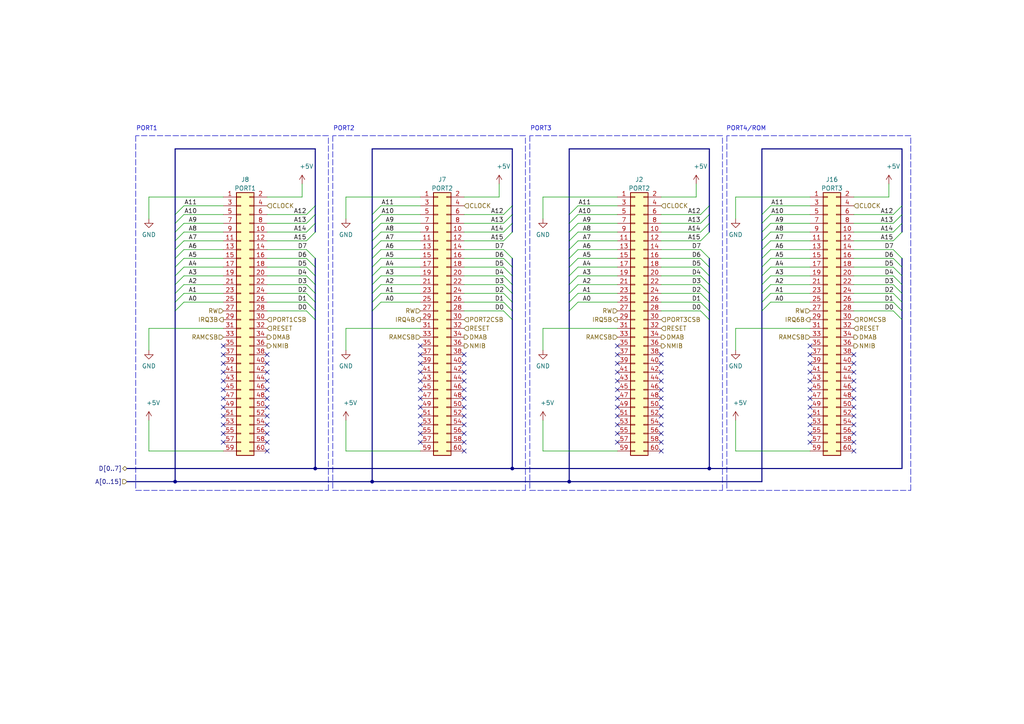
<source format=kicad_sch>
(kicad_sch (version 20230121) (generator eeschema)
  (paper "A4")
  (title_block (title "Miniish") (date "2020-10-10") (rev "v1.3") (company "Romuald Rousseau"))
  (lib_symbols
    (symbol "Connector_Generic:Conn_02x30_Odd_Even" (pin_names (offset 1.016) hide)
      (property "Reference" "J" (at 1.27 38.1 0))
      (property "Value" "Conn_02x30_Odd_Even" (at 1.27 -40.64 0))
      (symbol "Conn_02x30_Odd_Even_1_1"
        (rectangle (start -1.27 -37.973) (end 0 -38.227) (stroke (width 0.1524)))
        (rectangle (start -1.27 -35.433) (end 0 -35.687) (stroke (width 0.1524)))
        (rectangle (start -1.27 -32.893) (end 0 -33.147) (stroke (width 0.1524)))
        (rectangle (start -1.27 -30.353) (end 0 -30.607) (stroke (width 0.1524)))
        (rectangle (start -1.27 -27.813) (end 0 -28.067) (stroke (width 0.1524)))
        (rectangle (start -1.27 -25.273) (end 0 -25.527) (stroke (width 0.1524)))
        (rectangle (start -1.27 -22.733) (end 0 -22.987) (stroke (width 0.1524)))
        (rectangle (start -1.27 -20.193) (end 0 -20.447) (stroke (width 0.1524)))
        (rectangle (start -1.27 -17.653) (end 0 -17.907) (stroke (width 0.1524)))
        (rectangle (start -1.27 -15.113) (end 0 -15.367) (stroke (width 0.1524)))
        (rectangle (start -1.27 -12.573) (end 0 -12.827) (stroke (width 0.1524)))
        (rectangle (start -1.27 -10.033) (end 0 -10.287) (stroke (width 0.1524)))
        (rectangle (start -1.27 -7.493) (end 0 -7.747) (stroke (width 0.1524)))
        (rectangle (start -1.27 -4.953) (end 0 -5.207) (stroke (width 0.1524)))
        (rectangle (start -1.27 -2.413) (end 0 -2.667) (stroke (width 0.1524)))
        (rectangle (start -1.27 0.127) (end 0 -0.127) (stroke (width 0.1524)))
        (rectangle (start -1.27 2.667) (end 0 2.413) (stroke (width 0.1524)))
        (rectangle (start -1.27 5.207) (end 0 4.953) (stroke (width 0.1524)))
        (rectangle (start -1.27 7.747) (end 0 7.493) (stroke (width 0.1524)))
        (rectangle (start -1.27 10.287) (end 0 10.033) (stroke (width 0.1524)))
        (rectangle (start -1.27 12.827) (end 0 12.573) (stroke (width 0.1524)))
        (rectangle (start -1.27 15.367) (end 0 15.113) (stroke (width 0.1524)))
        (rectangle (start -1.27 17.907) (end 0 17.653) (stroke (width 0.1524)))
        (rectangle (start -1.27 20.447) (end 0 20.193) (stroke (width 0.1524)))
        (rectangle (start -1.27 22.987) (end 0 22.733) (stroke (width 0.1524)))
        (rectangle (start -1.27 25.527) (end 0 25.273) (stroke (width 0.1524)))
        (rectangle (start -1.27 28.067) (end 0 27.813) (stroke (width 0.1524)))
        (rectangle (start -1.27 30.607) (end 0 30.353) (stroke (width 0.1524)))
        (rectangle (start -1.27 33.147) (end 0 32.893) (stroke (width 0.1524)))
        (rectangle (start -1.27 35.687) (end 0 35.433) (stroke (width 0.1524)))
        (rectangle (start -1.27 36.83) (end 3.81 -39.37) (stroke (width 0.254)) (fill (type background)))
        (rectangle (start 3.81 -37.973) (end 2.54 -38.227) (stroke (width 0.1524)))
        (rectangle (start 3.81 -35.433) (end 2.54 -35.687) (stroke (width 0.1524)))
        (rectangle (start 3.81 -32.893) (end 2.54 -33.147) (stroke (width 0.1524)))
        (rectangle (start 3.81 -30.353) (end 2.54 -30.607) (stroke (width 0.1524)))
        (rectangle (start 3.81 -27.813) (end 2.54 -28.067) (stroke (width 0.1524)))
        (rectangle (start 3.81 -25.273) (end 2.54 -25.527) (stroke (width 0.1524)))
        (rectangle (start 3.81 -22.733) (end 2.54 -22.987) (stroke (width 0.1524)))
        (rectangle (start 3.81 -20.193) (end 2.54 -20.447) (stroke (width 0.1524)))
        (rectangle (start 3.81 -17.653) (end 2.54 -17.907) (stroke (width 0.1524)))
        (rectangle (start 3.81 -15.113) (end 2.54 -15.367) (stroke (width 0.1524)))
        (rectangle (start 3.81 -12.573) (end 2.54 -12.827) (stroke (width 0.1524)))
        (rectangle (start 3.81 -10.033) (end 2.54 -10.287) (stroke (width 0.1524)))
        (rectangle (start 3.81 -7.493) (end 2.54 -7.747) (stroke (width 0.1524)))
        (rectangle (start 3.81 -4.953) (end 2.54 -5.207) (stroke (width 0.1524)))
        (rectangle (start 3.81 -2.413) (end 2.54 -2.667) (stroke (width 0.1524)))
        (rectangle (start 3.81 0.127) (end 2.54 -0.127) (stroke (width 0.1524)))
        (rectangle (start 3.81 2.667) (end 2.54 2.413) (stroke (width 0.1524)))
        (rectangle (start 3.81 5.207) (end 2.54 4.953) (stroke (width 0.1524)))
        (rectangle (start 3.81 7.747) (end 2.54 7.493) (stroke (width 0.1524)))
        (rectangle (start 3.81 10.287) (end 2.54 10.033) (stroke (width 0.1524)))
        (rectangle (start 3.81 12.827) (end 2.54 12.573) (stroke (width 0.1524)))
        (rectangle (start 3.81 15.367) (end 2.54 15.113) (stroke (width 0.1524)))
        (rectangle (start 3.81 17.907) (end 2.54 17.653) (stroke (width 0.1524)))
        (rectangle (start 3.81 20.447) (end 2.54 20.193) (stroke (width 0.1524)))
        (rectangle (start 3.81 22.987) (end 2.54 22.733) (stroke (width 0.1524)))
        (rectangle (start 3.81 25.527) (end 2.54 25.273) (stroke (width 0.1524)))
        (rectangle (start 3.81 28.067) (end 2.54 27.813) (stroke (width 0.1524)))
        (rectangle (start 3.81 30.607) (end 2.54 30.353) (stroke (width 0.1524)))
        (rectangle (start 3.81 33.147) (end 2.54 32.893) (stroke (width 0.1524)))
        (rectangle (start 3.81 35.687) (end 2.54 35.433) (stroke (width 0.1524)))
        (pin passive line (at -5.08 35.56 0) (length 3.81) (name "Pin_1") (number "1"))
        (pin passive line (at 7.62 25.4 180) (length 3.81) (name "Pin_10") (number "10"))
        (pin passive line (at -5.08 22.86 0) (length 3.81) (name "Pin_11") (number "11"))
        (pin passive line (at 7.62 22.86 180) (length 3.81) (name "Pin_12") (number "12"))
        (pin passive line (at -5.08 20.32 0) (length 3.81) (name "Pin_13") (number "13"))
        (pin passive line (at 7.62 20.32 180) (length 3.81) (name "Pin_14") (number "14"))
        (pin passive line (at -5.08 17.78 0) (length 3.81) (name "Pin_15") (number "15"))
        (pin passive line (at 7.62 17.78 180) (length 3.81) (name "Pin_16") (number "16"))
        (pin passive line (at -5.08 15.24 0) (length 3.81) (name "Pin_17") (number "17"))
        (pin passive line (at 7.62 15.24 180) (length 3.81) (name "Pin_18") (number "18"))
        (pin passive line (at -5.08 12.7 0) (length 3.81) (name "Pin_19") (number "19"))
        (pin passive line (at 7.62 35.56 180) (length 3.81) (name "Pin_2") (number "2"))
        (pin passive line (at 7.62 12.7 180) (length 3.81) (name "Pin_20") (number "20"))
        (pin passive line (at -5.08 10.16 0) (length 3.81) (name "Pin_21") (number "21"))
        (pin passive line (at 7.62 10.16 180) (length 3.81) (name "Pin_22") (number "22"))
        (pin passive line (at -5.08 7.62 0) (length 3.81) (name "Pin_23") (number "23"))
        (pin passive line (at 7.62 7.62 180) (length 3.81) (name "Pin_24") (number "24"))
        (pin passive line (at -5.08 5.08 0) (length 3.81) (name "Pin_25") (number "25"))
        (pin passive line (at 7.62 5.08 180) (length 3.81) (name "Pin_26") (number "26"))
        (pin passive line (at -5.08 2.54 0) (length 3.81) (name "Pin_27") (number "27"))
        (pin passive line (at 7.62 2.54 180) (length 3.81) (name "Pin_28") (number "28"))
        (pin passive line (at -5.08 0 0) (length 3.81) (name "Pin_29") (number "29"))
        (pin passive line (at -5.08 33.02 0) (length 3.81) (name "Pin_3") (number "3"))
        (pin passive line (at 7.62 0 180) (length 3.81) (name "Pin_30") (number "30"))
        (pin passive line (at -5.08 -2.54 0) (length 3.81) (name "Pin_31") (number "31"))
        (pin passive line (at 7.62 -2.54 180) (length 3.81) (name "Pin_32") (number "32"))
        (pin passive line (at -5.08 -5.08 0) (length 3.81) (name "Pin_33") (number "33"))
        (pin passive line (at 7.62 -5.08 180) (length 3.81) (name "Pin_34") (number "34"))
        (pin passive line (at -5.08 -7.62 0) (length 3.81) (name "Pin_35") (number "35"))
        (pin passive line (at 7.62 -7.62 180) (length 3.81) (name "Pin_36") (number "36"))
        (pin passive line (at -5.08 -10.16 0) (length 3.81) (name "Pin_37") (number "37"))
        (pin passive line (at 7.62 -10.16 180) (length 3.81) (name "Pin_38") (number "38"))
        (pin passive line (at -5.08 -12.7 0) (length 3.81) (name "Pin_39") (number "39"))
        (pin passive line (at 7.62 33.02 180) (length 3.81) (name "Pin_4") (number "4"))
        (pin passive line (at 7.62 -12.7 180) (length 3.81) (name "Pin_40") (number "40"))
        (pin passive line (at -5.08 -15.24 0) (length 3.81) (name "Pin_41") (number "41"))
        (pin passive line (at 7.62 -15.24 180) (length 3.81) (name "Pin_42") (number "42"))
        (pin passive line (at -5.08 -17.78 0) (length 3.81) (name "Pin_43") (number "43"))
        (pin passive line (at 7.62 -17.78 180) (length 3.81) (name "Pin_44") (number "44"))
        (pin passive line (at -5.08 -20.32 0) (length 3.81) (name "Pin_45") (number "45"))
        (pin passive line (at 7.62 -20.32 180) (length 3.81) (name "Pin_46") (number "46"))
        (pin passive line (at -5.08 -22.86 0) (length 3.81) (name "Pin_47") (number "47"))
        (pin passive line (at 7.62 -22.86 180) (length 3.81) (name "Pin_48") (number "48"))
        (pin passive line (at -5.08 -25.4 0) (length 3.81) (name "Pin_49") (number "49"))
        (pin passive line (at -5.08 30.48 0) (length 3.81) (name "Pin_5") (number "5"))
        (pin passive line (at 7.62 -25.4 180) (length 3.81) (name "Pin_50") (number "50"))
        (pin passive line (at -5.08 -27.94 0) (length 3.81) (name "Pin_51") (number "51"))
        (pin passive line (at 7.62 -27.94 180) (length 3.81) (name "Pin_52") (number "52"))
        (pin passive line (at -5.08 -30.48 0) (length 3.81) (name "Pin_53") (number "53"))
        (pin passive line (at 7.62 -30.48 180) (length 3.81) (name "Pin_54") (number "54"))
        (pin passive line (at -5.08 -33.02 0) (length 3.81) (name "Pin_55") (number "55"))
        (pin passive line (at 7.62 -33.02 180) (length 3.81) (name "Pin_56") (number "56"))
        (pin passive line (at -5.08 -35.56 0) (length 3.81) (name "Pin_57") (number "57"))
        (pin passive line (at 7.62 -35.56 180) (length 3.81) (name "Pin_58") (number "58"))
        (pin passive line (at -5.08 -38.1 0) (length 3.81) (name "Pin_59") (number "59"))
        (pin passive line (at 7.62 30.48 180) (length 3.81) (name "Pin_6") (number "6"))
        (pin passive line (at 7.62 -38.1 180) (length 3.81) (name "Pin_60") (number "60"))
        (pin passive line (at -5.08 27.94 0) (length 3.81) (name "Pin_7") (number "7"))
        (pin passive line (at 7.62 27.94 180) (length 3.81) (name "Pin_8") (number "8"))
        (pin passive line (at -5.08 25.4 0) (length 3.81) (name "Pin_9") (number "9"))
      )
    )
    (symbol "power:+5V" (power) (pin_names (offset 0))
      (property "Value" "+5V" (at 0 3.556 0))
      (symbol "+5V_0_1"
        (polyline (pts (xy -0.762 1.27) (xy 0 2.54)))
        (polyline (pts (xy 0 0) (xy 0 2.54)))
        (polyline (pts (xy 0 2.54) (xy 0.762 1.27)))
      )
      (symbol "+5V_1_1"
        (pin power_in line (at 0 0 90) (length 0) hide (name "+5V") (number "1"))
      )
    )
    (symbol "power:GND" (power) (pin_names (offset 0))
      (property "Value" "GND" (at 0 -3.81 0))
      (symbol "GND_0_1"
        (polyline (pts (xy 0 0) (xy 0 -1.27) (xy 1.27 -1.27) (xy 0 -2.54) (xy -1.27 -1.27) (xy 0 -1.27)))
      )
      (symbol "GND_1_1"
        (pin power_in line (at 0 0 270) (length 0) hide (name "GND") (number "1"))
      )
    )
  )
  (junction (at 50.8 139.7))
  (junction (at 107.95 139.7))
  (junction (at 205.74 135.89))
  (junction (at 148.59 135.89))
  (junction (at 91.44 135.89))
  (junction (at 165.1 139.7))
  (no_connect (at 64.77 115.57))
  (no_connect (at 121.92 118.11))
  (no_connect (at 247.65 128.27))
  (no_connect (at 234.95 105.41))
  (no_connect (at 191.77 130.81))
  (no_connect (at 179.07 110.49))
  (no_connect (at 134.62 102.87))
  (no_connect (at 77.47 123.19))
  (no_connect (at 191.77 107.95))
  (no_connect (at 179.07 128.27))
  (no_connect (at 234.95 125.73))
  (no_connect (at 247.65 120.65))
  (no_connect (at 179.07 100.33))
  (no_connect (at 134.62 123.19))
  (no_connect (at 234.95 113.03))
  (no_connect (at 179.07 107.95))
  (no_connect (at 77.47 105.41))
  (no_connect (at 121.92 115.57))
  (no_connect (at 64.77 120.65))
  (no_connect (at 121.92 123.19))
  (no_connect (at 64.77 128.27))
  (no_connect (at 77.47 125.73))
  (no_connect (at 179.07 118.11))
  (no_connect (at 234.95 123.19))
  (no_connect (at 234.95 107.95))
  (no_connect (at 121.92 110.49))
  (no_connect (at 191.77 110.49))
  (no_connect (at 121.92 128.27))
  (no_connect (at 191.77 125.73))
  (no_connect (at 121.92 100.33))
  (no_connect (at 247.65 105.41))
  (no_connect (at 77.47 118.11))
  (no_connect (at 234.95 115.57))
  (no_connect (at 134.62 118.11))
  (no_connect (at 77.47 110.49))
  (no_connect (at 77.47 115.57))
  (no_connect (at 64.77 123.19))
  (no_connect (at 77.47 107.95))
  (no_connect (at 247.65 123.19))
  (no_connect (at 179.07 125.73))
  (no_connect (at 234.95 128.27))
  (no_connect (at 134.62 130.81))
  (no_connect (at 247.65 113.03))
  (no_connect (at 247.65 115.57))
  (no_connect (at 64.77 110.49))
  (no_connect (at 134.62 107.95))
  (no_connect (at 191.77 102.87))
  (no_connect (at 247.65 118.11))
  (no_connect (at 134.62 110.49))
  (no_connect (at 191.77 120.65))
  (no_connect (at 234.95 100.33))
  (no_connect (at 77.47 130.81))
  (no_connect (at 77.47 102.87))
  (no_connect (at 77.47 113.03))
  (no_connect (at 247.65 107.95))
  (no_connect (at 134.62 120.65))
  (no_connect (at 64.77 105.41))
  (no_connect (at 191.77 123.19))
  (no_connect (at 134.62 115.57))
  (no_connect (at 179.07 120.65))
  (no_connect (at 64.77 102.87))
  (no_connect (at 247.65 130.81))
  (no_connect (at 134.62 113.03))
  (no_connect (at 191.77 118.11))
  (no_connect (at 234.95 102.87))
  (no_connect (at 179.07 105.41))
  (no_connect (at 179.07 115.57))
  (no_connect (at 247.65 110.49))
  (no_connect (at 247.65 125.73))
  (no_connect (at 121.92 107.95))
  (no_connect (at 179.07 113.03))
  (no_connect (at 121.92 113.03))
  (no_connect (at 64.77 125.73))
  (no_connect (at 191.77 113.03))
  (no_connect (at 64.77 107.95))
  (no_connect (at 121.92 120.65))
  (no_connect (at 191.77 105.41))
  (no_connect (at 134.62 128.27))
  (no_connect (at 247.65 102.87))
  (no_connect (at 77.47 128.27))
  (no_connect (at 64.77 113.03))
  (no_connect (at 179.07 123.19))
  (no_connect (at 191.77 128.27))
  (no_connect (at 134.62 105.41))
  (no_connect (at 234.95 118.11))
  (no_connect (at 191.77 115.57))
  (no_connect (at 121.92 102.87))
  (no_connect (at 64.77 118.11))
  (no_connect (at 121.92 125.73))
  (no_connect (at 179.07 102.87))
  (no_connect (at 234.95 120.65))
  (no_connect (at 134.62 125.73))
  (no_connect (at 77.47 120.65))
  (no_connect (at 234.95 110.49))
  (no_connect (at 64.77 100.33))
  (no_connect (at 121.92 105.41))
  (bus_entry (at 205.74 77.47) (size -2.54 -2.54) (stroke (width 0.1524)))
  (bus_entry (at 50.8 90.17) (size 2.54 -2.54) (stroke (width 0.1524)))
  (bus_entry (at 205.74 92.71) (size -2.54 -2.54) (stroke (width 0.1524)))
  (bus_entry (at 107.95 62.23) (size 2.54 -2.54) (stroke (width 0.1524)))
  (bus_entry (at 50.8 85.09) (size 2.54 -2.54) (stroke (width 0.1524)))
  (bus_entry (at 148.59 92.71) (size -2.54 -2.54) (stroke (width 0.1524)))
  (bus_entry (at 165.1 87.63) (size 2.54 -2.54) (stroke (width 0.1524)))
  (bus_entry (at 107.95 87.63) (size 2.54 -2.54) (stroke (width 0.1524)))
  (bus_entry (at 148.59 59.69) (size -2.54 2.54) (stroke (width 0.1524)))
  (bus_entry (at 261.62 59.69) (size -2.54 2.54) (stroke (width 0.1524)))
  (bus_entry (at 50.8 77.47) (size 2.54 -2.54) (stroke (width 0.1524)))
  (bus_entry (at 50.8 82.55) (size 2.54 -2.54) (stroke (width 0.1524)))
  (bus_entry (at 165.1 64.77) (size 2.54 -2.54) (stroke (width 0.1524)))
  (bus_entry (at 91.44 64.77) (size -2.54 2.54) (stroke (width 0.1524)))
  (bus_entry (at 261.62 92.71) (size -2.54 -2.54) (stroke (width 0.1524)))
  (bus_entry (at 261.62 64.77) (size -2.54 2.54) (stroke (width 0.1524)))
  (bus_entry (at 91.44 59.69) (size -2.54 2.54) (stroke (width 0.1524)))
  (bus_entry (at 91.44 67.31) (size -2.54 2.54) (stroke (width 0.1524)))
  (bus_entry (at 165.1 74.93) (size 2.54 -2.54) (stroke (width 0.1524)))
  (bus_entry (at 220.98 77.47) (size 2.54 -2.54) (stroke (width 0.1524)))
  (bus_entry (at 220.98 67.31) (size 2.54 -2.54) (stroke (width 0.1524)))
  (bus_entry (at 261.62 67.31) (size -2.54 2.54) (stroke (width 0.1524)))
  (bus_entry (at 107.95 72.39) (size 2.54 -2.54) (stroke (width 0.1524)))
  (bus_entry (at 107.95 67.31) (size 2.54 -2.54) (stroke (width 0.1524)))
  (bus_entry (at 50.8 64.77) (size 2.54 -2.54) (stroke (width 0.1524)))
  (bus_entry (at 148.59 80.01) (size -2.54 -2.54) (stroke (width 0.1524)))
  (bus_entry (at 220.98 87.63) (size 2.54 -2.54) (stroke (width 0.1524)))
  (bus_entry (at 261.62 74.93) (size -2.54 -2.54) (stroke (width 0.1524)))
  (bus_entry (at 165.1 72.39) (size 2.54 -2.54) (stroke (width 0.1524)))
  (bus_entry (at 165.1 67.31) (size 2.54 -2.54) (stroke (width 0.1524)))
  (bus_entry (at 50.8 74.93) (size 2.54 -2.54) (stroke (width 0.1524)))
  (bus_entry (at 148.59 87.63) (size -2.54 -2.54) (stroke (width 0.1524)))
  (bus_entry (at 50.8 67.31) (size 2.54 -2.54) (stroke (width 0.1524)))
  (bus_entry (at 91.44 92.71) (size -2.54 -2.54) (stroke (width 0.1524)))
  (bus_entry (at 148.59 62.23) (size -2.54 2.54) (stroke (width 0.1524)))
  (bus_entry (at 220.98 85.09) (size 2.54 -2.54) (stroke (width 0.1524)))
  (bus_entry (at 205.74 87.63) (size -2.54 -2.54) (stroke (width 0.1524)))
  (bus_entry (at 220.98 90.17) (size 2.54 -2.54) (stroke (width 0.1524)))
  (bus_entry (at 165.1 82.55) (size 2.54 -2.54) (stroke (width 0.1524)))
  (bus_entry (at 205.74 67.31) (size -2.54 2.54) (stroke (width 0.1524)))
  (bus_entry (at 107.95 69.85) (size 2.54 -2.54) (stroke (width 0.1524)))
  (bus_entry (at 261.62 80.01) (size -2.54 -2.54) (stroke (width 0.1524)))
  (bus_entry (at 205.74 59.69) (size -2.54 2.54) (stroke (width 0.1524)))
  (bus_entry (at 148.59 64.77) (size -2.54 2.54) (stroke (width 0.1524)))
  (bus_entry (at 91.44 62.23) (size -2.54 2.54) (stroke (width 0.1524)))
  (bus_entry (at 91.44 87.63) (size -2.54 -2.54) (stroke (width 0.1524)))
  (bus_entry (at 107.95 80.01) (size 2.54 -2.54) (stroke (width 0.1524)))
  (bus_entry (at 220.98 69.85) (size 2.54 -2.54) (stroke (width 0.1524)))
  (bus_entry (at 50.8 80.01) (size 2.54 -2.54) (stroke (width 0.1524)))
  (bus_entry (at 165.1 80.01) (size 2.54 -2.54) (stroke (width 0.1524)))
  (bus_entry (at 261.62 85.09) (size -2.54 -2.54) (stroke (width 0.1524)))
  (bus_entry (at 107.95 85.09) (size 2.54 -2.54) (stroke (width 0.1524)))
  (bus_entry (at 205.74 64.77) (size -2.54 2.54) (stroke (width 0.1524)))
  (bus_entry (at 91.44 82.55) (size -2.54 -2.54) (stroke (width 0.1524)))
  (bus_entry (at 165.1 62.23) (size 2.54 -2.54) (stroke (width 0.1524)))
  (bus_entry (at 165.1 69.85) (size 2.54 -2.54) (stroke (width 0.1524)))
  (bus_entry (at 50.8 72.39) (size 2.54 -2.54) (stroke (width 0.1524)))
  (bus_entry (at 205.74 80.01) (size -2.54 -2.54) (stroke (width 0.1524)))
  (bus_entry (at 220.98 62.23) (size 2.54 -2.54) (stroke (width 0.1524)))
  (bus_entry (at 165.1 77.47) (size 2.54 -2.54) (stroke (width 0.1524)))
  (bus_entry (at 107.95 90.17) (size 2.54 -2.54) (stroke (width 0.1524)))
  (bus_entry (at 261.62 90.17) (size -2.54 -2.54) (stroke (width 0.1524)))
  (bus_entry (at 50.8 69.85) (size 2.54 -2.54) (stroke (width 0.1524)))
  (bus_entry (at 148.59 74.93) (size -2.54 -2.54) (stroke (width 0.1524)))
  (bus_entry (at 220.98 74.93) (size 2.54 -2.54) (stroke (width 0.1524)))
  (bus_entry (at 50.8 87.63) (size 2.54 -2.54) (stroke (width 0.1524)))
  (bus_entry (at 107.95 74.93) (size 2.54 -2.54) (stroke (width 0.1524)))
  (bus_entry (at 220.98 72.39) (size 2.54 -2.54) (stroke (width 0.1524)))
  (bus_entry (at 261.62 82.55) (size -2.54 -2.54) (stroke (width 0.1524)))
  (bus_entry (at 148.59 77.47) (size -2.54 -2.54) (stroke (width 0.1524)))
  (bus_entry (at 148.59 90.17) (size -2.54 -2.54) (stroke (width 0.1524)))
  (bus_entry (at 148.59 82.55) (size -2.54 -2.54) (stroke (width 0.1524)))
  (bus_entry (at 107.95 77.47) (size 2.54 -2.54) (stroke (width 0.1524)))
  (bus_entry (at 220.98 64.77) (size 2.54 -2.54) (stroke (width 0.1524)))
  (bus_entry (at 205.74 85.09) (size -2.54 -2.54) (stroke (width 0.1524)))
  (bus_entry (at 220.98 82.55) (size 2.54 -2.54) (stroke (width 0.1524)))
  (bus_entry (at 91.44 85.09) (size -2.54 -2.54) (stroke (width 0.1524)))
  (bus_entry (at 261.62 77.47) (size -2.54 -2.54) (stroke (width 0.1524)))
  (bus_entry (at 148.59 67.31) (size -2.54 2.54) (stroke (width 0.1524)))
  (bus_entry (at 220.98 80.01) (size 2.54 -2.54) (stroke (width 0.1524)))
  (bus_entry (at 91.44 77.47) (size -2.54 -2.54) (stroke (width 0.1524)))
  (bus_entry (at 205.74 90.17) (size -2.54 -2.54) (stroke (width 0.1524)))
  (bus_entry (at 148.59 85.09) (size -2.54 -2.54) (stroke (width 0.1524)))
  (bus_entry (at 205.74 82.55) (size -2.54 -2.54) (stroke (width 0.1524)))
  (bus_entry (at 165.1 85.09) (size 2.54 -2.54) (stroke (width 0.1524)))
  (bus_entry (at 107.95 64.77) (size 2.54 -2.54) (stroke (width 0.1524)))
  (bus_entry (at 91.44 80.01) (size -2.54 -2.54) (stroke (width 0.1524)))
  (bus_entry (at 107.95 82.55) (size 2.54 -2.54) (stroke (width 0.1524)))
  (bus_entry (at 91.44 74.93) (size -2.54 -2.54) (stroke (width 0.1524)))
  (bus_entry (at 261.62 87.63) (size -2.54 -2.54) (stroke (width 0.1524)))
  (bus_entry (at 50.8 62.23) (size 2.54 -2.54) (stroke (width 0.1524)))
  (bus_entry (at 261.62 62.23) (size -2.54 2.54) (stroke (width 0.1524)))
  (bus_entry (at 91.44 90.17) (size -2.54 -2.54) (stroke (width 0.1524)))
  (bus_entry (at 205.74 62.23) (size -2.54 2.54) (stroke (width 0.1524)))
  (bus_entry (at 205.74 74.93) (size -2.54 -2.54) (stroke (width 0.1524)))
  (bus_entry (at 165.1 90.17) (size 2.54 -2.54) (stroke (width 0.1524)))
  (bus (pts (xy 165.1 87.63) (xy 165.1 90.17)))
  (bus (pts (xy 261.62 92.71) (xy 261.62 135.89)))
  (wire (pts (xy 167.64 87.63) (xy 179.07 87.63)))
  (bus (pts (xy 205.74 85.09) (xy 205.74 82.55)))
  (wire (pts (xy 110.49 64.77) (xy 121.92 64.77)))
  (polyline (pts (xy 264.16 142.24) (xy 264.16 39.37)) (stroke (width 0) (type dash)))
  (wire (pts (xy 134.62 57.15) (xy 144.78 57.15)))
  (bus (pts (xy 148.59 92.71) (xy 148.59 135.89)))
  (bus (pts (xy 91.44 87.63) (xy 91.44 90.17)))
  (wire (pts (xy 191.77 77.47) (xy 203.2 77.47)))
  (bus (pts (xy 107.95 139.7) (xy 165.1 139.7)))
  (wire (pts (xy 88.9 69.85) (xy 77.47 69.85)))
  (bus (pts (xy 205.74 59.69) (xy 205.74 43.18)))
  (bus (pts (xy 50.8 87.63) (xy 50.8 90.17)))
  (bus (pts (xy 205.74 74.93) (xy 205.74 77.47)))
  (wire (pts (xy 110.49 67.31) (xy 121.92 67.31)))
  (bus (pts (xy 220.98 64.77) (xy 220.98 67.31)))
  (wire (pts (xy 53.34 77.47) (xy 64.77 77.47)))
  (wire (pts (xy 191.77 72.39) (xy 203.2 72.39)))
  (wire (pts (xy 157.48 95.25) (xy 157.48 101.6)))
  (wire (pts (xy 77.47 77.47) (xy 88.9 77.47)))
  (bus (pts (xy 205.74 135.89) (xy 261.62 135.89)))
  (bus (pts (xy 261.62 85.09) (xy 261.62 82.55)))
  (bus (pts (xy 91.44 77.47) (xy 91.44 80.01)))
  (bus (pts (xy 91.44 85.09) (xy 91.44 87.63)))
  (wire (pts (xy 53.34 62.23) (xy 64.77 62.23)))
  (wire (pts (xy 134.62 82.55) (xy 146.05 82.55)))
  (wire (pts (xy 88.9 62.23) (xy 77.47 62.23)))
  (wire (pts (xy 53.34 64.77) (xy 64.77 64.77)))
  (wire (pts (xy 247.65 90.17) (xy 259.08 90.17)))
  (bus (pts (xy 50.8 64.77) (xy 50.8 67.31)))
  (bus (pts (xy 107.95 64.77) (xy 107.95 67.31)))
  (wire (pts (xy 247.65 85.09) (xy 259.08 85.09)))
  (bus (pts (xy 107.95 69.85) (xy 107.95 72.39)))
  (wire (pts (xy 213.36 121.92) (xy 213.36 130.81)))
  (bus (pts (xy 50.8 139.7) (xy 107.95 139.7)))
  (wire (pts (xy 223.52 82.55) (xy 234.95 82.55)))
  (polyline (pts (xy 264.16 39.37) (xy 210.82 39.37)) (stroke (width 0) (type dash)))
  (wire (pts (xy 259.08 62.23) (xy 247.65 62.23)))
  (bus (pts (xy 261.62 43.18) (xy 220.98 43.18)))
  (wire (pts (xy 157.48 121.92) (xy 157.48 130.81)))
  (wire (pts (xy 53.34 72.39) (xy 64.77 72.39)))
  (wire (pts (xy 53.34 59.69) (xy 64.77 59.69)))
  (wire (pts (xy 167.64 72.39) (xy 179.07 72.39)))
  (bus (pts (xy 148.59 135.89) (xy 205.74 135.89)))
  (bus (pts (xy 165.1 72.39) (xy 165.1 74.93)))
  (bus (pts (xy 148.59 59.69) (xy 148.59 62.23)))
  (wire (pts (xy 247.65 57.15) (xy 257.81 57.15)))
  (bus (pts (xy 220.98 82.55) (xy 220.98 85.09)))
  (wire (pts (xy 110.49 59.69) (xy 121.92 59.69)))
  (wire (pts (xy 134.62 87.63) (xy 146.05 87.63)))
  (wire (pts (xy 43.18 57.15) (xy 43.18 63.5)))
  (wire (pts (xy 203.2 67.31) (xy 191.77 67.31)))
  (wire (pts (xy 110.49 62.23) (xy 121.92 62.23)))
  (wire (pts (xy 100.33 130.81) (xy 121.92 130.81)))
  (bus (pts (xy 107.95 67.31) (xy 107.95 69.85)))
  (bus (pts (xy 165.1 139.7) (xy 220.98 139.7)))
  (polyline (pts (xy 209.55 39.37) (xy 153.67 39.37)) (stroke (width 0) (type dash)))
  (wire (pts (xy 53.34 67.31) (xy 64.77 67.31)))
  (wire (pts (xy 213.36 57.15) (xy 234.95 57.15)))
  (wire (pts (xy 247.65 77.47) (xy 259.08 77.47)))
  (wire (pts (xy 247.65 74.93) (xy 259.08 74.93)))
  (wire (pts (xy 223.52 74.93) (xy 234.95 74.93)))
  (wire (pts (xy 167.64 74.93) (xy 179.07 74.93)))
  (bus (pts (xy 205.74 64.77) (xy 205.74 67.31)))
  (wire (pts (xy 157.48 57.15) (xy 157.48 63.5)))
  (bus (pts (xy 205.74 92.71) (xy 205.74 135.89)))
  (wire (pts (xy 100.33 57.15) (xy 121.92 57.15)))
  (wire (pts (xy 191.77 87.63) (xy 203.2 87.63)))
  (wire (pts (xy 157.48 130.81) (xy 179.07 130.81)))
  (bus (pts (xy 50.8 67.31) (xy 50.8 69.85)))
  (bus (pts (xy 261.62 64.77) (xy 261.62 67.31)))
  (bus (pts (xy 91.44 43.18) (xy 50.8 43.18)))
  (bus (pts (xy 165.1 80.01) (xy 165.1 82.55)))
  (wire (pts (xy 134.62 72.39) (xy 146.05 72.39)))
  (polyline (pts (xy 96.52 39.37) (xy 96.52 142.24)) (stroke (width 0) (type dash)))
  (wire (pts (xy 223.52 62.23) (xy 234.95 62.23)))
  (wire (pts (xy 213.36 95.25) (xy 213.36 101.6)))
  (bus (pts (xy 107.95 43.18) (xy 107.95 62.23)))
  (bus (pts (xy 165.1 85.09) (xy 165.1 87.63)))
  (wire (pts (xy 203.2 62.23) (xy 191.77 62.23)))
  (bus (pts (xy 50.8 69.85) (xy 50.8 72.39)))
  (wire (pts (xy 167.64 59.69) (xy 179.07 59.69)))
  (wire (pts (xy 110.49 77.47) (xy 121.92 77.47)))
  (wire (pts (xy 167.64 77.47) (xy 179.07 77.47)))
  (bus (pts (xy 107.95 90.17) (xy 107.95 139.7)))
  (wire (pts (xy 110.49 72.39) (xy 121.92 72.39)))
  (wire (pts (xy 167.64 62.23) (xy 179.07 62.23)))
  (wire (pts (xy 213.36 57.15) (xy 213.36 63.5)))
  (bus (pts (xy 165.1 69.85) (xy 165.1 72.39)))
  (bus (pts (xy 107.95 87.63) (xy 107.95 90.17)))
  (bus (pts (xy 148.59 87.63) (xy 148.59 90.17)))
  (wire (pts (xy 110.49 69.85) (xy 121.92 69.85)))
  (wire (pts (xy 53.34 74.93) (xy 64.77 74.93)))
  (wire (pts (xy 110.49 85.09) (xy 121.92 85.09)))
  (bus (pts (xy 220.98 67.31) (xy 220.98 69.85)))
  (wire (pts (xy 259.08 64.77) (xy 247.65 64.77)))
  (wire (pts (xy 201.93 57.15) (xy 201.93 53.34)))
  (bus (pts (xy 205.74 90.17) (xy 205.74 92.71)))
  (wire (pts (xy 203.2 69.85) (xy 191.77 69.85)))
  (wire (pts (xy 77.47 90.17) (xy 88.9 90.17)))
  (wire (pts (xy 77.47 85.09) (xy 88.9 85.09)))
  (bus (pts (xy 107.95 74.93) (xy 107.95 77.47)))
  (wire (pts (xy 53.34 87.63) (xy 64.77 87.63)))
  (wire (pts (xy 77.47 80.01) (xy 88.9 80.01)))
  (bus (pts (xy 91.44 85.09) (xy 91.44 82.55)))
  (bus (pts (xy 148.59 43.18) (xy 107.95 43.18)))
  (bus (pts (xy 165.1 74.93) (xy 165.1 77.47)))
  (wire (pts (xy 223.52 87.63) (xy 234.95 87.63)))
  (wire (pts (xy 77.47 74.93) (xy 88.9 74.93)))
  (bus (pts (xy 261.62 87.63) (xy 261.62 90.17)))
  (polyline (pts (xy 153.67 39.37) (xy 153.67 142.24)) (stroke (width 0) (type dash)))
  (bus (pts (xy 91.44 90.17) (xy 91.44 92.71)))
  (wire (pts (xy 134.62 77.47) (xy 146.05 77.47)))
  (wire (pts (xy 223.52 64.77) (xy 234.95 64.77)))
  (wire (pts (xy 43.18 57.15) (xy 64.77 57.15)))
  (polyline (pts (xy 39.37 142.24) (xy 95.25 142.24)) (stroke (width 0) (type dash)))
  (wire (pts (xy 146.05 62.23) (xy 134.62 62.23)))
  (bus (pts (xy 91.44 62.23) (xy 91.44 64.77)))
  (wire (pts (xy 77.47 87.63) (xy 88.9 87.63)))
  (bus (pts (xy 261.62 80.01) (xy 261.62 82.55)))
  (bus (pts (xy 205.74 77.47) (xy 205.74 80.01)))
  (bus (pts (xy 50.8 85.09) (xy 50.8 87.63)))
  (wire (pts (xy 191.77 90.17) (xy 203.2 90.17)))
  (wire (pts (xy 77.47 72.39) (xy 88.9 72.39)))
  (wire (pts (xy 247.65 87.63) (xy 259.08 87.63)))
  (wire (pts (xy 53.34 69.85) (xy 64.77 69.85)))
  (wire (pts (xy 191.77 57.15) (xy 201.93 57.15)))
  (polyline (pts (xy 209.55 142.24) (xy 209.55 39.37)) (stroke (width 0) (type dash)))
  (bus (pts (xy 107.95 85.09) (xy 107.95 87.63)))
  (bus (pts (xy 50.8 43.18) (xy 50.8 62.23)))
  (wire (pts (xy 234.95 95.25) (xy 213.36 95.25)))
  (bus (pts (xy 107.95 62.23) (xy 107.95 64.77)))
  (wire (pts (xy 64.77 95.25) (xy 43.18 95.25)))
  (bus (pts (xy 220.98 85.09) (xy 220.98 87.63)))
  (bus (pts (xy 261.62 59.69) (xy 261.62 43.18)))
  (wire (pts (xy 191.77 74.93) (xy 203.2 74.93)))
  (wire (pts (xy 223.52 85.09) (xy 234.95 85.09)))
  (wire (pts (xy 146.05 64.77) (xy 134.62 64.77)))
  (wire (pts (xy 203.2 64.77) (xy 191.77 64.77)))
  (bus (pts (xy 148.59 77.47) (xy 148.59 80.01)))
  (bus (pts (xy 205.74 85.09) (xy 205.74 87.63)))
  (bus (pts (xy 220.98 43.18) (xy 220.98 62.23)))
  (wire (pts (xy 134.62 80.01) (xy 146.05 80.01)))
  (bus (pts (xy 36.83 139.7) (xy 50.8 139.7)))
  (wire (pts (xy 53.34 85.09) (xy 64.77 85.09)))
  (wire (pts (xy 144.78 57.15) (xy 144.78 53.34)))
  (bus (pts (xy 91.44 64.77) (xy 91.44 67.31)))
  (bus (pts (xy 36.83 135.89) (xy 91.44 135.89)))
  (bus (pts (xy 205.74 43.18) (xy 165.1 43.18)))
  (bus (pts (xy 261.62 62.23) (xy 261.62 64.77)))
  (bus (pts (xy 165.1 64.77) (xy 165.1 67.31)))
  (bus (pts (xy 220.98 90.17) (xy 220.98 139.7)))
  (polyline (pts (xy 153.67 142.24) (xy 209.55 142.24)) (stroke (width 0) (type dash)))
  (bus (pts (xy 107.95 80.01) (xy 107.95 82.55)))
  (wire (pts (xy 134.62 74.93) (xy 146.05 74.93)))
  (bus (pts (xy 50.8 62.23) (xy 50.8 64.77)))
  (wire (pts (xy 167.64 67.31) (xy 179.07 67.31)))
  (wire (pts (xy 77.47 57.15) (xy 87.63 57.15)))
  (wire (pts (xy 223.52 67.31) (xy 234.95 67.31)))
  (wire (pts (xy 167.64 69.85) (xy 179.07 69.85)))
  (wire (pts (xy 43.18 95.25) (xy 43.18 101.6)))
  (wire (pts (xy 110.49 74.93) (xy 121.92 74.93)))
  (wire (pts (xy 167.64 85.09) (xy 179.07 85.09)))
  (polyline (pts (xy 39.37 39.37) (xy 39.37 142.24)) (stroke (width 0) (type dash)))
  (bus (pts (xy 205.74 59.69) (xy 205.74 62.23)))
  (wire (pts (xy 179.07 95.25) (xy 157.48 95.25)))
  (bus (pts (xy 165.1 90.17) (xy 165.1 139.7)))
  (wire (pts (xy 134.62 85.09) (xy 146.05 85.09)))
  (bus (pts (xy 91.44 59.69) (xy 91.44 62.23)))
  (bus (pts (xy 148.59 90.17) (xy 148.59 92.71)))
  (bus (pts (xy 91.44 135.89) (xy 148.59 135.89)))
  (polyline (pts (xy 152.4 39.37) (xy 96.52 39.37)) (stroke (width 0) (type dash)))
  (wire (pts (xy 223.52 80.01) (xy 234.95 80.01)))
  (wire (pts (xy 167.64 64.77) (xy 179.07 64.77)))
  (wire (pts (xy 53.34 80.01) (xy 64.77 80.01)))
  (bus (pts (xy 50.8 80.01) (xy 50.8 82.55)))
  (wire (pts (xy 100.33 121.92) (xy 100.33 130.81)))
  (bus (pts (xy 220.98 62.23) (xy 220.98 64.77)))
  (polyline (pts (xy 95.25 39.37) (xy 39.37 39.37)) (stroke (width 0) (type dash)))
  (bus (pts (xy 107.95 77.47) (xy 107.95 80.01)))
  (bus (pts (xy 148.59 85.09) (xy 148.59 82.55)))
  (bus (pts (xy 50.8 77.47) (xy 50.8 80.01)))
  (bus (pts (xy 261.62 74.93) (xy 261.62 77.47)))
  (wire (pts (xy 53.34 82.55) (xy 64.77 82.55)))
  (bus (pts (xy 148.59 62.23) (xy 148.59 64.77)))
  (polyline (pts (xy 96.52 142.24) (xy 152.4 142.24)) (stroke (width 0) (type dash)))
  (bus (pts (xy 50.8 72.39) (xy 50.8 74.93)))
  (bus (pts (xy 205.74 87.63) (xy 205.74 90.17)))
  (wire (pts (xy 88.9 67.31) (xy 77.47 67.31)))
  (bus (pts (xy 220.98 72.39) (xy 220.98 74.93)))
  (bus (pts (xy 261.62 77.47) (xy 261.62 80.01)))
  (wire (pts (xy 191.77 80.01) (xy 203.2 80.01)))
  (bus (pts (xy 148.59 59.69) (xy 148.59 43.18)))
  (polyline (pts (xy 210.82 142.24) (xy 264.16 142.24)) (stroke (width 0) (type dash)))
  (wire (pts (xy 223.52 77.47) (xy 234.95 77.47)))
  (bus (pts (xy 148.59 64.77) (xy 148.59 67.31)))
  (wire (pts (xy 146.05 69.85) (xy 134.62 69.85)))
  (bus (pts (xy 261.62 85.09) (xy 261.62 87.63)))
  (wire (pts (xy 121.92 95.25) (xy 100.33 95.25)))
  (wire (pts (xy 110.49 82.55) (xy 121.92 82.55)))
  (wire (pts (xy 259.08 69.85) (xy 247.65 69.85)))
  (polyline (pts (xy 210.82 39.37) (xy 210.82 142.24)) (stroke (width 0) (type dash)))
  (bus (pts (xy 165.1 62.23) (xy 165.1 64.77)))
  (wire (pts (xy 223.52 69.85) (xy 234.95 69.85)))
  (bus (pts (xy 50.8 90.17) (xy 50.8 139.7)))
  (bus (pts (xy 148.59 74.93) (xy 148.59 77.47)))
  (wire (pts (xy 43.18 121.92) (xy 43.18 130.81)))
  (wire (pts (xy 87.63 57.15) (xy 87.63 53.34)))
  (wire (pts (xy 213.36 130.81) (xy 234.95 130.81)))
  (wire (pts (xy 247.65 80.01) (xy 259.08 80.01)))
  (bus (pts (xy 220.98 69.85) (xy 220.98 72.39)))
  (wire (pts (xy 247.65 82.55) (xy 259.08 82.55)))
  (wire (pts (xy 100.33 95.25) (xy 100.33 101.6)))
  (bus (pts (xy 91.44 74.93) (xy 91.44 77.47)))
  (bus (pts (xy 107.95 82.55) (xy 107.95 85.09)))
  (bus (pts (xy 91.44 80.01) (xy 91.44 82.55)))
  (polyline (pts (xy 95.25 142.24) (xy 95.25 39.37)) (stroke (width 0) (type dash)))
  (wire (pts (xy 100.33 57.15) (xy 100.33 63.5)))
  (wire (pts (xy 134.62 90.17) (xy 146.05 90.17)))
  (wire (pts (xy 259.08 67.31) (xy 247.65 67.31)))
  (polyline (pts (xy 152.4 142.24) (xy 152.4 39.37)) (stroke (width 0) (type dash)))
  (wire (pts (xy 223.52 59.69) (xy 234.95 59.69)))
  (wire (pts (xy 146.05 67.31) (xy 134.62 67.31)))
  (bus (pts (xy 91.44 92.71) (xy 91.44 135.89)))
  (bus (pts (xy 165.1 43.18) (xy 165.1 62.23)))
  (bus (pts (xy 107.95 72.39) (xy 107.95 74.93)))
  (wire (pts (xy 43.18 130.81) (xy 64.77 130.81)))
  (wire (pts (xy 88.9 64.77) (xy 77.47 64.77)))
  (bus (pts (xy 148.59 85.09) (xy 148.59 87.63)))
  (bus (pts (xy 165.1 77.47) (xy 165.1 80.01)))
  (bus (pts (xy 50.8 82.55) (xy 50.8 85.09)))
  (bus (pts (xy 205.74 62.23) (xy 205.74 64.77)))
  (bus (pts (xy 261.62 59.69) (xy 261.62 62.23)))
  (bus (pts (xy 220.98 87.63) (xy 220.98 90.17)))
  (bus (pts (xy 220.98 77.47) (xy 220.98 80.01)))
  (bus (pts (xy 220.98 74.93) (xy 220.98 77.47)))
  (bus (pts (xy 91.44 59.69) (xy 91.44 43.18)))
  (wire (pts (xy 77.47 82.55) (xy 88.9 82.55)))
  (bus (pts (xy 205.74 80.01) (xy 205.74 82.55)))
  (wire (pts (xy 110.49 87.63) (xy 121.92 87.63)))
  (bus (pts (xy 148.59 80.01) (xy 148.59 82.55)))
  (bus (pts (xy 165.1 82.55) (xy 165.1 85.09)))
  (bus (pts (xy 261.62 90.17) (xy 261.62 92.71)))
  (bus (pts (xy 220.98 80.01) (xy 220.98 82.55)))
  (wire (pts (xy 157.48 57.15) (xy 179.07 57.15)))
  (wire (pts (xy 223.52 72.39) (xy 234.95 72.39)))
  (wire (pts (xy 191.77 82.55) (xy 203.2 82.55)))
  (wire (pts (xy 247.65 72.39) (xy 259.08 72.39)))
  (wire (pts (xy 167.64 80.01) (xy 179.07 80.01)))
  (wire (pts (xy 191.77 85.09) (xy 203.2 85.09)))
  (bus (pts (xy 165.1 67.31) (xy 165.1 69.85)))
  (wire (pts (xy 257.81 57.15) (xy 257.81 53.34)))
  (bus (pts (xy 50.8 74.93) (xy 50.8 77.47)))
  (wire (pts (xy 110.49 80.01) (xy 121.92 80.01)))
  (wire (pts (xy 167.64 82.55) (xy 179.07 82.55)))
  (text "PORT1" (at 45.72 38.1 0) (effects (font (size 1.27 1.27)) (justify right bottom)))
  (text "PORT3" (at 160.02 38.1 0) (effects (font (size 1.27 1.27)) (justify right bottom)))
  (text "PORT4/ROM" (at 222.25 38.1 0) (effects (font (size 1.27 1.27)) (justify right bottom)))
  (text "PORT2" (at 102.87 38.1 0) (effects (font (size 1.27 1.27)) (justify right bottom)))
  (label "A14" (at 146.05 67.31 180))
  (label "A10" (at 57.15 62.23 180))
  (label "A2" (at 57.15 82.55 180))
  (label "A4" (at 57.15 77.47 180))
  (label "A12" (at 259.08 62.23 180))
  (label "D4" (at 86.36 80.01 0))
  (label "D2" (at 86.36 85.09 0))
  (label "A14" (at 88.9 67.31 180))
  (label "A0" (at 227.33 87.63 180))
  (label "A4" (at 171.45 77.47 180))
  (label "A15" (at 88.9 69.85 180))
  (label "A9" (at 114.3 64.77 180))
  (label "A0" (at 114.3 87.63 180))
  (label "A1" (at 57.15 85.09 180))
  (label "A6" (at 227.33 72.39 180))
  (label "A7" (at 171.45 69.85 180))
  (label "D0" (at 256.54 90.17 0))
  (label "A13" (at 203.2 64.77 180))
  (label "D0" (at 143.51 90.17 0))
  (label "A11" (at 227.33 59.69 180))
  (label "A2" (at 171.45 82.55 180))
  (label "A15" (at 203.2 69.85 180))
  (label "A14" (at 259.08 67.31 180))
  (label "A7" (at 227.33 69.85 180))
  (label "A6" (at 114.3 72.39 180))
  (label "D2" (at 256.54 85.09 0))
  (label "D1" (at 200.66 87.63 0))
  (label "A11" (at 114.3 59.69 180))
  (label "A1" (at 227.33 85.09 180))
  (label "D6" (at 143.51 74.93 0))
  (label "A15" (at 259.08 69.85 180))
  (label "D5" (at 200.66 77.47 0))
  (label "A8" (at 114.3 67.31 180))
  (label "D2" (at 200.66 85.09 0))
  (label "D6" (at 200.66 74.93 0))
  (label "A2" (at 227.33 82.55 180))
  (label "D7" (at 200.66 72.39 0))
  (label "D0" (at 86.36 90.17 0))
  (label "A7" (at 57.15 69.85 180))
  (label "A11" (at 57.15 59.69 180))
  (label "D5" (at 143.51 77.47 0))
  (label "A10" (at 171.45 62.23 180))
  (label "D7" (at 86.36 72.39 0))
  (label "A9" (at 171.45 64.77 180))
  (label "A12" (at 203.2 62.23 180))
  (label "A11" (at 171.45 59.69 180))
  (label "D1" (at 86.36 87.63 0))
  (label "A8" (at 57.15 67.31 180))
  (label "D4" (at 200.66 80.01 0))
  (label "A5" (at 57.15 74.93 180))
  (label "A1" (at 171.45 85.09 180))
  (label "D2" (at 143.51 85.09 0))
  (label "A2" (at 114.3 82.55 180))
  (label "A5" (at 227.33 74.93 180))
  (label "D6" (at 256.54 74.93 0))
  (label "A13" (at 259.08 64.77 180))
  (label "D3" (at 86.36 82.55 0))
  (label "A4" (at 114.3 77.47 180))
  (label "A10" (at 227.33 62.23 180))
  (label "A1" (at 114.3 85.09 180))
  (label "A8" (at 171.45 67.31 180))
  (label "D5" (at 86.36 77.47 0))
  (label "A0" (at 171.45 87.63 180))
  (label "A3" (at 57.15 80.01 180))
  (label "D1" (at 143.51 87.63 0))
  (label "A10" (at 114.3 62.23 180))
  (label "A13" (at 146.05 64.77 180))
  (label "D7" (at 143.51 72.39 0))
  (label "D3" (at 143.51 82.55 0))
  (label "A3" (at 114.3 80.01 180))
  (label "D4" (at 143.51 80.01 0))
  (label "A15" (at 146.05 69.85 180))
  (label "D4" (at 256.54 80.01 0))
  (label "D5" (at 256.54 77.47 0))
  (label "A14" (at 203.2 67.31 180))
  (label "A12" (at 146.05 62.23 180))
  (label "A13" (at 88.9 64.77 180))
  (label "D3" (at 256.54 82.55 0))
  (label "A6" (at 57.15 72.39 180))
  (label "A6" (at 171.45 72.39 180))
  (label "A7" (at 114.3 69.85 180))
  (label "D6" (at 86.36 74.93 0))
  (label "A8" (at 227.33 67.31 180))
  (label "A4" (at 227.33 77.47 180))
  (label "A5" (at 171.45 74.93 180))
  (label "A5" (at 114.3 74.93 180))
  (label "A9" (at 227.33 64.77 180))
  (label "A0" (at 57.15 87.63 180))
  (label "D7" (at 256.54 72.39 0))
  (label "A9" (at 57.15 64.77 180))
  (label "A12" (at 88.9 62.23 180))
  (label "D1" (at 256.54 87.63 0))
  (label "A3" (at 171.45 80.01 180))
  (label "D3" (at 200.66 82.55 0))
  (label "A3" (at 227.33 80.01 180))
  (label "D0" (at 200.66 90.17 0))
  (hierarchical_label "RW" (shape input) (at 179.07 90.17 180))
  (hierarchical_label "NMIB" (shape output) (at 191.77 100.33 0))
  (hierarchical_label "RW" (shape input) (at 234.95 90.17 180))
  (hierarchical_label "RAMCSB" (shape input) (at 64.77 97.79 180))
  (hierarchical_label "CLOCK" (shape input) (at 191.77 59.69 0))
  (hierarchical_label "RW" (shape input) (at 121.92 90.17 180))
  (hierarchical_label "PORT1CSB" (shape input) (at 77.47 92.71 0))
  (hierarchical_label "RAMCSB" (shape input) (at 234.95 97.79 180))
  (hierarchical_label "ROMCSB" (shape input) (at 247.65 92.71 0))
  (hierarchical_label "D[0..7]" (shape bidirectional) (at 36.83 135.89 180))
  (hierarchical_label "RESET" (shape input) (at 247.65 95.25 0))
  (hierarchical_label "NMIB" (shape output) (at 77.47 100.33 0))
  (hierarchical_label "PORT3CSB" (shape input) (at 191.77 92.71 0))
  (hierarchical_label "IRQ5B" (shape output) (at 179.07 92.71 180))
  (hierarchical_label "RESET" (shape input) (at 77.47 95.25 0))
  (hierarchical_label "RESET" (shape input) (at 134.62 95.25 0))
  (hierarchical_label "DMAB" (shape output) (at 77.47 97.79 0))
  (hierarchical_label "A[0..15]" (shape input) (at 36.83 139.7 180))
  (hierarchical_label "DMAB" (shape output) (at 191.77 97.79 0))
  (hierarchical_label "DMAB" (shape output) (at 247.65 97.79 0))
  (hierarchical_label "RAMCSB" (shape input) (at 179.07 97.79 180))
  (hierarchical_label "PORT2CSB" (shape input) (at 134.62 92.71 0))
  (hierarchical_label "DMAB" (shape output) (at 134.62 97.79 0))
  (hierarchical_label "NMIB" (shape output) (at 134.62 100.33 0))
  (hierarchical_label "RW" (shape input) (at 64.77 90.17 180))
  (hierarchical_label "IRQ6B" (shape output) (at 234.95 92.71 180))
  (hierarchical_label "IRQ3B" (shape output) (at 64.77 92.71 180))
  (hierarchical_label "NMIB" (shape output) (at 247.65 100.33 0))
  (hierarchical_label "IRQ4B" (shape output) (at 121.92 92.71 180))
  (hierarchical_label "CLOCK" (shape input) (at 77.47 59.69 0))
  (hierarchical_label "CLOCK" (shape input) (at 247.65 59.69 0))
  (hierarchical_label "CLOCK" (shape input) (at 134.62 59.69 0))
  (hierarchical_label "RESET" (shape input) (at 191.77 95.25 0))
  (hierarchical_label "RAMCSB" (shape input) (at 121.92 97.79 180))
  (symbol (lib_id "power:GND") (at 157.48 63.5 0) (mirror y) (unit 1)
    (property "Reference" "#PWR030" (effects hide))
    (property "Value" "GND" (at 157.48 68.072 0))
  )
  (symbol (lib_id "power:GND") (at 157.48 101.6 0) (mirror y) (unit 1)
    (property "Reference" "#PWR031" (effects hide))
    (property "Value" "GND" (at 157.48 106.172 0))
  )
  (symbol (lib_id "power:+5V") (at 43.18 121.92 0) (unit 1)
    (property "Reference" "#PWR026" (effects hide))
    (property "Value" "+5V" (at 44.45 116.84 0))
  )
  (symbol (lib_id "Connector_Generic:Conn_02x30_Odd_Even") (at 127 92.71 0) (unit 1)
    (property "Reference" "J7" (at 128.27 52.07 0))
    (property "Value" "PORT2" (at 128.27 54.61 0))
  )
  (symbol (lib_id "power:+5V") (at 157.48 121.92 0) (unit 1)
    (property "Reference" "#PWR037" (effects hide))
    (property "Value" "+5V" (at 158.75 116.84 0))
  )
  (symbol (lib_id "power:+5V") (at 201.93 53.34 0) (unit 1)
    (property "Reference" "#PWR038" (effects hide))
    (property "Value" "+5V" (at 203.2 48.26 0))
  )
  (symbol (lib_id "Connector_Generic:Conn_02x30_Odd_Even") (at 184.15 92.71 0) (unit 1)
    (property "Reference" "J2" (at 185.42 52.07 0))
    (property "Value" "PORT2" (at 185.42 54.61 0))
  )
  (symbol (lib_id "power:GND") (at 43.18 101.6 0) (mirror y) (unit 1)
    (property "Reference" "#PWR027" (effects hide))
    (property "Value" "GND" (at 43.18 106.172 0))
  )
  (symbol (lib_id "power:+5V") (at 87.63 53.34 0) (unit 1)
    (property "Reference" "#PWR024" (effects hide))
    (property "Value" "+5V" (at 88.9 48.26 0))
  )
  (symbol (lib_id "power:+5V") (at 257.81 53.34 0) (unit 1)
    (property "Reference" "#PWR021" (effects hide))
    (property "Value" "+5V" (at 259.08 48.26 0))
  )
  (symbol (lib_id "Connector_Generic:Conn_02x30_Odd_Even") (at 69.85 92.71 0) (unit 1)
    (property "Reference" "J8" (at 71.12 52.07 0))
    (property "Value" "PORT1" (at 71.12 54.61 0))
  )
  (symbol (lib_id "power:GND") (at 100.33 101.6 0) (mirror y) (unit 1)
    (property "Reference" "#PWR029" (effects hide))
    (property "Value" "GND" (at 100.33 106.172 0))
  )
  (symbol (lib_id "power:+5V") (at 100.33 121.92 0) (unit 1)
    (property "Reference" "#PWR032" (effects hide))
    (property "Value" "+5V" (at 101.6 116.84 0))
  )
  (symbol (lib_id "power:GND") (at 213.36 101.6 0) (mirror y) (unit 1)
    (property "Reference" "#PWR019" (effects hide))
    (property "Value" "GND" (at 213.36 106.172 0))
  )
  (symbol (lib_id "power:+5V") (at 144.78 53.34 0) (unit 1)
    (property "Reference" "#PWR033" (effects hide))
    (property "Value" "+5V" (at 146.05 48.26 0))
  )
  (symbol (lib_id "power:+5V") (at 213.36 121.92 0) (unit 1)
    (property "Reference" "#PWR020" (effects hide))
    (property "Value" "+5V" (at 214.63 116.84 0))
  )
  (symbol (lib_id "power:GND") (at 100.33 63.5 0) (mirror y) (unit 1)
    (property "Reference" "#PWR028" (effects hide))
    (property "Value" "GND" (at 100.33 68.072 0))
  )
  (symbol (lib_id "power:GND") (at 213.36 63.5 0) (mirror y) (unit 1)
    (property "Reference" "#PWR018" (effects hide))
    (property "Value" "GND" (at 213.36 68.072 0))
  )
  (symbol (lib_id "power:GND") (at 43.18 63.5 0) (mirror y) (unit 1)
    (property "Reference" "#PWR025" (effects hide))
    (property "Value" "GND" (at 43.18 68.072 0))
  )
  (symbol (lib_id "Connector_Generic:Conn_02x30_Odd_Even") (at 240.03 92.71 0) (unit 1)
    (property "Reference" "J16" (at 241.3 52.07 0))
    (property "Value" "PORT3" (at 241.3 54.61 0))
  )
)
</source>
